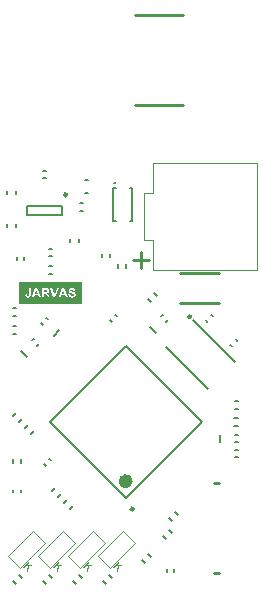
<source format=gto>
G04 Layer_Color=65535*
%FSLAX25Y25*%
%MOIN*%
G70*
G01*
G75*
%ADD34C,0.01000*%
%ADD42C,0.00984*%
%ADD43C,0.02362*%
%ADD44C,0.00787*%
%ADD45C,0.00500*%
%ADD46C,0.00394*%
%ADD47C,0.00197*%
G36*
X142959Y112537D02*
X142077Y111655D01*
X143845Y111652D01*
X144165Y111332D01*
X142691Y111356D01*
X142414Y109515D01*
X142102Y109827D01*
X142365Y111362D01*
X141795Y111372D01*
X141176Y110753D01*
X140939Y110990D01*
X142723Y112774D01*
X142959Y112537D01*
D02*
G37*
G36*
X130363Y198945D02*
X109500D01*
Y206080D01*
X130363D01*
Y198945D01*
D02*
G37*
G36*
X132959Y112537D02*
X132077Y111655D01*
X133845Y111652D01*
X134165Y111332D01*
X132691Y111356D01*
X132414Y109515D01*
X132102Y109827D01*
X132365Y111362D01*
X131795Y111372D01*
X131176Y110753D01*
X130939Y110990D01*
X132723Y112774D01*
X132959Y112537D01*
D02*
G37*
G36*
X112960D02*
X112077Y111655D01*
X113845Y111652D01*
X114165Y111332D01*
X112691Y111356D01*
X112414Y109515D01*
X112101Y109827D01*
X112365Y111362D01*
X111795Y111372D01*
X111176Y110753D01*
X110939Y110990D01*
X112723Y112774D01*
X112960Y112537D01*
D02*
G37*
G36*
X122959D02*
X122077Y111655D01*
X123845Y111652D01*
X124165Y111332D01*
X122691Y111356D01*
X122414Y109515D01*
X122101Y109827D01*
X122365Y111362D01*
X121795Y111372D01*
X121176Y110753D01*
X120939Y110990D01*
X122723Y112774D01*
X122959Y112537D01*
D02*
G37*
%LPC*%
G36*
X118493Y204029D02*
X117138D01*
Y201000D01*
X117751D01*
Y202263D01*
X117945D01*
X118009Y202258D01*
X118060Y202254D01*
X118102Y202245D01*
X118134Y202240D01*
X118157Y202231D01*
X118171Y202226D01*
X118175D01*
X118212Y202212D01*
X118244Y202194D01*
X118304Y202152D01*
X118327Y202134D01*
X118346Y202116D01*
X118355Y202106D01*
X118360Y202102D01*
X118378Y202083D01*
X118397Y202056D01*
X118447Y201991D01*
X118503Y201922D01*
X118553Y201844D01*
X118604Y201770D01*
X118627Y201742D01*
X118646Y201710D01*
X118659Y201687D01*
X118673Y201669D01*
X118678Y201659D01*
X118682Y201655D01*
X119116Y201000D01*
X119849D01*
X119480Y201590D01*
X119438Y201655D01*
X119402Y201710D01*
X119369Y201765D01*
X119332Y201816D01*
X119277Y201899D01*
X119226Y201968D01*
X119185Y202019D01*
X119157Y202051D01*
X119139Y202074D01*
X119134Y202079D01*
X119083Y202129D01*
X119028Y202175D01*
X118973Y202222D01*
X118922Y202258D01*
X118876Y202291D01*
X118839Y202314D01*
X118816Y202328D01*
X118812Y202332D01*
X118807D01*
X118881Y202346D01*
X118945Y202360D01*
X119010Y202378D01*
X119065Y202401D01*
X119120Y202425D01*
X119171Y202448D01*
X119212Y202471D01*
X119254Y202494D01*
X119286Y202517D01*
X119319Y202540D01*
X119342Y202563D01*
X119365Y202577D01*
X119378Y202595D01*
X119392Y202604D01*
X119402Y202609D01*
Y202613D01*
X119438Y202655D01*
X119471Y202701D01*
X119517Y202793D01*
X119554Y202890D01*
X119581Y202978D01*
X119595Y203056D01*
X119600Y203088D01*
Y203121D01*
X119604Y203144D01*
Y203162D01*
Y203171D01*
Y203176D01*
X119600Y203273D01*
X119586Y203365D01*
X119563Y203443D01*
X119540Y203512D01*
X119512Y203572D01*
X119494Y203614D01*
X119475Y203642D01*
X119471Y203651D01*
X119415Y203725D01*
X119360Y203784D01*
X119300Y203835D01*
X119245Y203877D01*
X119194Y203909D01*
X119153Y203932D01*
X119125Y203941D01*
X119120Y203946D01*
X119116D01*
X119074Y203960D01*
X119024Y203974D01*
X118913Y203992D01*
X118798Y204010D01*
X118682Y204020D01*
X118632Y204024D01*
X118535D01*
X118493Y204029D01*
D02*
G37*
G36*
X115598D02*
X114953D01*
X113777Y201000D01*
X114423D01*
X114672Y201687D01*
X115893D01*
X116151Y201000D01*
X116815D01*
X115598Y204029D01*
D02*
G37*
G36*
X122702D02*
X122048D01*
X121310Y201788D01*
X120540Y204029D01*
X119881D01*
X120964Y201000D01*
X121624D01*
X122702Y204029D01*
D02*
G37*
G36*
X127169Y204080D02*
X127114D01*
X126990Y204075D01*
X126874Y204061D01*
X126773Y204047D01*
X126685Y204029D01*
X126616Y204006D01*
X126588Y203996D01*
X126566Y203992D01*
X126547Y203983D01*
X126529Y203978D01*
X126524Y203974D01*
X126519D01*
X126432Y203932D01*
X126358Y203881D01*
X126294Y203831D01*
X126243Y203780D01*
X126201Y203734D01*
X126169Y203697D01*
X126151Y203674D01*
X126146Y203669D01*
Y203665D01*
X126104Y203586D01*
X126072Y203512D01*
X126049Y203439D01*
X126035Y203374D01*
X126026Y203314D01*
X126017Y203273D01*
Y203254D01*
Y203240D01*
Y203236D01*
Y203231D01*
X126022Y203167D01*
X126031Y203102D01*
X126045Y203042D01*
X126058Y202987D01*
X126104Y202881D01*
X126155Y202793D01*
X126183Y202756D01*
X126206Y202719D01*
X126229Y202692D01*
X126252Y202669D01*
X126266Y202650D01*
X126280Y202637D01*
X126289Y202627D01*
X126294Y202623D01*
X126335Y202590D01*
X126381Y202558D01*
X126482Y202498D01*
X126598Y202448D01*
X126713Y202406D01*
X126814Y202369D01*
X126860Y202355D01*
X126902Y202346D01*
X126934Y202337D01*
X126957Y202328D01*
X126976Y202323D01*
X126980D01*
X127050Y202305D01*
X127110Y202291D01*
X127165Y202277D01*
X127216Y202263D01*
X127262Y202249D01*
X127298Y202240D01*
X127335Y202231D01*
X127363Y202222D01*
X127409Y202208D01*
X127441Y202199D01*
X127460Y202189D01*
X127464D01*
X127520Y202166D01*
X127566Y202143D01*
X127603Y202125D01*
X127635Y202102D01*
X127658Y202083D01*
X127672Y202069D01*
X127681Y202060D01*
X127686Y202056D01*
X127709Y202028D01*
X127723Y201996D01*
X127741Y201940D01*
X127746Y201913D01*
X127750Y201894D01*
Y201881D01*
Y201876D01*
X127746Y201816D01*
X127727Y201761D01*
X127704Y201710D01*
X127676Y201669D01*
X127644Y201632D01*
X127621Y201608D01*
X127603Y201590D01*
X127598Y201586D01*
X127538Y201544D01*
X127469Y201512D01*
X127395Y201493D01*
X127322Y201475D01*
X127257Y201466D01*
X127206Y201461D01*
X127156D01*
X127054Y201466D01*
X126967Y201484D01*
X126893Y201507D01*
X126828Y201530D01*
X126778Y201558D01*
X126741Y201576D01*
X126718Y201595D01*
X126708Y201599D01*
X126653Y201659D01*
X126607Y201728D01*
X126570Y201802D01*
X126542Y201871D01*
X126519Y201940D01*
X126505Y201991D01*
X126501Y202014D01*
Y202028D01*
X126496Y202037D01*
Y202042D01*
X125902Y201982D01*
X125916Y201890D01*
X125934Y201802D01*
X125957Y201719D01*
X125980Y201645D01*
X126012Y201576D01*
X126040Y201512D01*
X126072Y201456D01*
X126104Y201401D01*
X126137Y201360D01*
X126164Y201318D01*
X126192Y201286D01*
X126215Y201258D01*
X126238Y201235D01*
X126252Y201221D01*
X126261Y201212D01*
X126266Y201207D01*
X126326Y201161D01*
X126395Y201120D01*
X126464Y201088D01*
X126533Y201055D01*
X126607Y201032D01*
X126681Y201009D01*
X126824Y200977D01*
X126893Y200968D01*
X126953Y200958D01*
X127008Y200954D01*
X127054Y200949D01*
X127096Y200945D01*
X127151D01*
X127294Y200949D01*
X127418Y200963D01*
X127529Y200977D01*
X127626Y201000D01*
X127667Y201009D01*
X127704Y201018D01*
X127732Y201028D01*
X127760Y201032D01*
X127778Y201042D01*
X127792Y201046D01*
X127801Y201051D01*
X127806D01*
X127902Y201097D01*
X127981Y201152D01*
X128054Y201207D01*
X128110Y201263D01*
X128156Y201309D01*
X128188Y201350D01*
X128211Y201378D01*
X128216Y201383D01*
Y201387D01*
X128267Y201475D01*
X128303Y201562D01*
X128326Y201645D01*
X128345Y201719D01*
X128354Y201784D01*
X128363Y201834D01*
Y201853D01*
Y201867D01*
Y201876D01*
Y201881D01*
X128359Y201982D01*
X128345Y202074D01*
X128322Y202157D01*
X128303Y202226D01*
X128280Y202282D01*
X128257Y202328D01*
X128244Y202351D01*
X128239Y202360D01*
X128188Y202429D01*
X128138Y202494D01*
X128082Y202544D01*
X128027Y202590D01*
X127981Y202623D01*
X127944Y202650D01*
X127916Y202664D01*
X127912Y202669D01*
X127907D01*
X127866Y202692D01*
X127819Y202710D01*
X127713Y202752D01*
X127607Y202784D01*
X127497Y202821D01*
X127400Y202844D01*
X127358Y202858D01*
X127322Y202867D01*
X127289Y202876D01*
X127266Y202881D01*
X127252Y202886D01*
X127248D01*
X127169Y202904D01*
X127096Y202927D01*
X127031Y202945D01*
X126976Y202964D01*
X126920Y202978D01*
X126879Y202996D01*
X126838Y203010D01*
X126805Y203028D01*
X126773Y203042D01*
X126750Y203051D01*
X126713Y203070D01*
X126695Y203084D01*
X126690Y203088D01*
X126662Y203121D01*
X126639Y203148D01*
X126625Y203181D01*
X126612Y203208D01*
X126607Y203236D01*
X126602Y203254D01*
Y203268D01*
Y203273D01*
X126607Y203314D01*
X126616Y203351D01*
X126630Y203383D01*
X126648Y203411D01*
X126667Y203434D01*
X126681Y203448D01*
X126690Y203457D01*
X126695Y203462D01*
X126754Y203499D01*
X126824Y203526D01*
X126893Y203545D01*
X126957Y203558D01*
X127017Y203568D01*
X127068Y203572D01*
X127110D01*
X127202Y203568D01*
X127280Y203554D01*
X127345Y203540D01*
X127400Y203522D01*
X127441Y203499D01*
X127469Y203485D01*
X127488Y203471D01*
X127492Y203466D01*
X127538Y203425D01*
X127575Y203374D01*
X127603Y203319D01*
X127626Y203263D01*
X127644Y203213D01*
X127653Y203171D01*
X127663Y203144D01*
Y203139D01*
Y203134D01*
X128276Y203157D01*
X128271Y203231D01*
X128257Y203305D01*
X128239Y203374D01*
X128220Y203439D01*
X128170Y203549D01*
X128147Y203600D01*
X128119Y203646D01*
X128091Y203688D01*
X128064Y203725D01*
X128041Y203757D01*
X128018Y203780D01*
X127999Y203798D01*
X127985Y203812D01*
X127976Y203821D01*
X127971Y203826D01*
X127916Y203872D01*
X127852Y203909D01*
X127787Y203946D01*
X127718Y203974D01*
X127575Y204020D01*
X127437Y204047D01*
X127372Y204056D01*
X127312Y204066D01*
X127257Y204070D01*
X127206Y204075D01*
X127169Y204080D01*
D02*
G37*
G36*
X124523Y204029D02*
X123878D01*
X122702Y201000D01*
X123348D01*
X123597Y201687D01*
X124818D01*
X125076Y201000D01*
X125740D01*
X124523Y204029D01*
D02*
G37*
G36*
X113436D02*
X112823D01*
Y202065D01*
Y202000D01*
X112819Y201940D01*
X112814Y201885D01*
X112809Y201834D01*
X112805Y201788D01*
X112795Y201751D01*
X112786Y201715D01*
X112782Y201687D01*
X112763Y201636D01*
X112749Y201604D01*
X112740Y201586D01*
X112735Y201581D01*
X112699Y201544D01*
X112657Y201516D01*
X112611Y201493D01*
X112560Y201479D01*
X112519Y201470D01*
X112482Y201466D01*
X112450D01*
X112381Y201475D01*
X112321Y201493D01*
X112270Y201516D01*
X112228Y201549D01*
X112196Y201576D01*
X112173Y201604D01*
X112159Y201622D01*
X112155Y201627D01*
X112132Y201673D01*
X112118Y201728D01*
X112104Y201788D01*
X112095Y201853D01*
X112085Y201908D01*
Y201954D01*
X112081Y201973D01*
Y201987D01*
Y201991D01*
Y201996D01*
X111500Y201931D01*
X111505Y201844D01*
X111509Y201761D01*
X111523Y201682D01*
X111537Y201608D01*
X111555Y201544D01*
X111574Y201484D01*
X111597Y201429D01*
X111620Y201378D01*
X111643Y201337D01*
X111666Y201300D01*
X111684Y201267D01*
X111703Y201240D01*
X111717Y201221D01*
X111731Y201207D01*
X111735Y201198D01*
X111740Y201194D01*
X111786Y201152D01*
X111841Y201111D01*
X111897Y201078D01*
X111952Y201051D01*
X112067Y201005D01*
X112178Y200977D01*
X112228Y200968D01*
X112279Y200958D01*
X112321Y200954D01*
X112357Y200949D01*
X112390Y200945D01*
X112431D01*
X112569Y200949D01*
X112689Y200968D01*
X112795Y200995D01*
X112883Y201023D01*
X112920Y201037D01*
X112952Y201051D01*
X112980Y201064D01*
X113003Y201078D01*
X113021Y201088D01*
X113035Y201097D01*
X113040Y201101D01*
X113044D01*
X113127Y201166D01*
X113192Y201235D01*
X113252Y201309D01*
X113293Y201373D01*
X113326Y201433D01*
X113349Y201484D01*
X113358Y201502D01*
X113362Y201516D01*
X113367Y201521D01*
Y201525D01*
X113390Y201608D01*
X113409Y201701D01*
X113418Y201798D01*
X113427Y201894D01*
X113432Y201977D01*
X113436Y202014D01*
Y202046D01*
Y202069D01*
Y202088D01*
Y202102D01*
Y202106D01*
Y204029D01*
D02*
G37*
%LPD*%
G36*
X118489Y203512D02*
X118581D01*
X118623Y203508D01*
X118646D01*
X118659Y203503D01*
X118664D01*
X118715Y203489D01*
X118761Y203476D01*
X118798Y203457D01*
X118830Y203434D01*
X118858Y203416D01*
X118876Y203397D01*
X118885Y203388D01*
X118890Y203383D01*
X118918Y203346D01*
X118936Y203305D01*
X118954Y203263D01*
X118964Y203227D01*
X118968Y203194D01*
X118973Y203167D01*
Y203144D01*
Y203139D01*
X118968Y203088D01*
X118964Y203047D01*
X118954Y203005D01*
X118940Y202973D01*
X118927Y202945D01*
X118918Y202927D01*
X118913Y202913D01*
X118908Y202908D01*
X118885Y202876D01*
X118858Y202853D01*
X118802Y202812D01*
X118775Y202802D01*
X118756Y202793D01*
X118742Y202784D01*
X118738D01*
X118715Y202780D01*
X118682Y202770D01*
X118650Y202766D01*
X118609Y202761D01*
X118521Y202756D01*
X118429Y202752D01*
X118341Y202747D01*
X117751D01*
Y203517D01*
X118447D01*
X118489Y203512D01*
D02*
G37*
G36*
X115695Y202199D02*
X114861D01*
X115271Y203323D01*
X115695Y202199D01*
D02*
G37*
G36*
X124620D02*
X123786D01*
X124196Y203323D01*
X124620Y202199D01*
D02*
G37*
D34*
X166775Y194527D02*
G03*
X166775Y194527I-394J0D01*
G01*
X141441Y239087D02*
G03*
X141441Y239087I-197J0D01*
G01*
X163000Y209000D02*
X176000D01*
X163000Y199000D02*
X176000D01*
X148000Y295000D02*
X164000D01*
X148000Y265000D02*
X164000D01*
X174500Y139000D02*
X176000D01*
X174500Y109000D02*
X176000D01*
X150251Y216189D02*
Y210941D01*
X152875Y213565D02*
X147627D01*
D42*
X125480Y235216D02*
G03*
X125480Y235216I-492J0D01*
G01*
X147650Y130478D02*
G03*
X147650Y130478I-492J0D01*
G01*
D43*
X146181Y139734D02*
G03*
X146181Y139734I-1181J0D01*
G01*
D44*
X142322Y210910D02*
Y212090D01*
X145078Y210910D02*
Y212091D01*
X139778Y214309D02*
Y215491D01*
X137022Y214309D02*
Y215491D01*
X129709Y229722D02*
X130891D01*
X129709Y232478D02*
X130891D01*
X112291Y228425D02*
X123709D01*
X112291Y231575D02*
X123709D01*
X112291Y228425D02*
Y231575D01*
X123709Y228425D02*
Y231575D01*
X145000Y184833D02*
X170333Y159500D01*
X119667Y159500D02*
X145000Y134167D01*
X119667Y159500D02*
X145000Y184833D01*
Y134167D02*
X170333Y159500D01*
X139557Y108392D02*
X140392Y107557D01*
X137608Y106443D02*
X138443Y105608D01*
X129557Y108392D02*
X130392Y107557D01*
X127608Y106443D02*
X128443Y105608D01*
X119557Y108392D02*
X120392Y107557D01*
X117608Y106443D02*
X118443Y105608D01*
X109557Y108392D02*
X110392Y107557D01*
X107608Y106443D02*
X108443Y105608D01*
X107494Y145789D02*
Y146970D01*
X110250Y145789D02*
Y146970D01*
X152557Y115392D02*
X153392Y114557D01*
X150608Y113443D02*
X151443Y112608D01*
X152608Y200443D02*
X153443Y199608D01*
X154557Y202392D02*
X155392Y201557D01*
X181235Y158122D02*
X182416D01*
X181235Y160878D02*
X182416D01*
X181409Y163622D02*
X182591D01*
X181409Y166378D02*
X182591D01*
X159608Y127443D02*
X160443Y126608D01*
X161557Y129392D02*
X162392Y128557D01*
X157608Y121443D02*
X158443Y120608D01*
X159557Y123392D02*
X160392Y122557D01*
X107409Y188622D02*
X108591D01*
X107409Y191378D02*
X108591D01*
X107409Y194622D02*
X108591D01*
X107409Y197378D02*
X108591D01*
X108378Y224409D02*
Y225590D01*
X105622Y224409D02*
Y225590D01*
X109557Y159608D02*
X110392Y160443D01*
X107608Y161557D02*
X108443Y162392D01*
X108378Y235409D02*
Y236591D01*
X105622Y235409D02*
Y236591D01*
X111608Y157557D02*
X112443Y158392D01*
X113557Y155608D02*
X114392Y156443D01*
X119409Y208622D02*
X120591D01*
X119409Y211378D02*
X120591D01*
X126622Y219409D02*
Y220591D01*
X129378Y219409D02*
Y220591D01*
X126557Y130608D02*
X127392Y131443D01*
X124608Y132557D02*
X125443Y133392D01*
X120608Y136557D02*
X121443Y137392D01*
X122557Y134608D02*
X123392Y135443D01*
X131409Y235933D02*
X132591D01*
X131409Y240067D02*
X132591D01*
X146362Y226488D02*
X147150D01*
Y237512D01*
X146362D02*
X147150D01*
X140850D02*
X141638D01*
X140850Y226488D02*
Y237512D01*
Y226488D02*
X141638D01*
X153198Y191007D02*
X155007Y189198D01*
X158626Y192817D02*
X159183Y193374D01*
X156817Y194626D02*
X157374Y195183D01*
X176488Y152720D02*
Y155280D01*
X181606Y152720D02*
X182394D01*
X181606Y155280D02*
X182394D01*
X116817Y192374D02*
X117374Y191817D01*
X118626Y194183D02*
X119183Y193626D01*
X120993Y188198D02*
X122802Y190007D01*
X113817Y186626D02*
X114374Y187183D01*
X115626Y184817D02*
X116183Y185374D01*
X110198Y183007D02*
X112007Y181198D01*
X107592Y135985D02*
Y136773D01*
X110151Y135985D02*
Y136773D01*
X173526Y195183D02*
X174083Y194626D01*
X171717Y193374D02*
X172274Y192817D01*
X179917Y185274D02*
X180474Y184717D01*
X181726Y187083D02*
X182283Y186526D01*
X181606Y150279D02*
X182394D01*
X181606Y147721D02*
X182394D01*
X158721Y109606D02*
Y110394D01*
X161279Y109606D02*
Y110394D01*
X108721Y213606D02*
Y214394D01*
X111279Y213606D02*
Y214394D01*
X119606Y214721D02*
X120394D01*
X119606Y217280D02*
X120394D01*
X117606Y240721D02*
X118394D01*
X117606Y243280D02*
X118394D01*
X117817Y145374D02*
X118374Y144817D01*
X119626Y147183D02*
X120183Y146626D01*
X139817Y193374D02*
X140374Y192817D01*
X141626Y195183D02*
X142183Y194626D01*
D45*
X167494Y193414D02*
X181414Y179495D01*
X158586Y184505D02*
X172505Y170586D01*
D46*
X188638Y244732D02*
Y245717D01*
X154189D02*
X188638D01*
X154189Y235874D02*
Y245717D01*
X151236Y235874D02*
X154189D01*
X151236Y220126D02*
Y235874D01*
Y220126D02*
X154189D01*
Y210283D02*
Y220126D01*
Y210283D02*
X188638D01*
Y244732D01*
D47*
X144121Y123230D02*
X148297Y119054D01*
X135770Y114879D02*
X139945Y110703D01*
X148297Y119054D01*
X135770Y114879D02*
X144121Y123230D01*
X134121D02*
X138297Y119054D01*
X125770Y114879D02*
X129946Y110703D01*
X138297Y119054D01*
X125770Y114879D02*
X134121Y123230D01*
X124121D02*
X128297Y119054D01*
X115770Y114879D02*
X119946Y110703D01*
X128297Y119054D01*
X115770Y114879D02*
X124121Y123230D01*
X114121D02*
X118297Y119054D01*
X105770Y114879D02*
X109945Y110703D01*
X118297Y119054D01*
X105770Y114879D02*
X114121Y123230D01*
M02*

</source>
